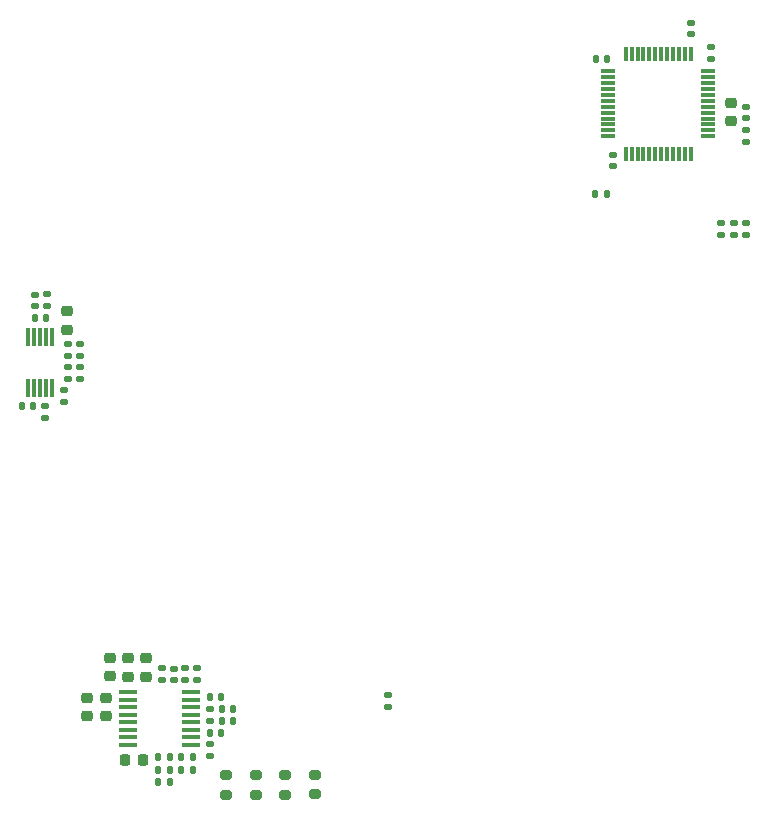
<source format=gbp>
G04 #@! TF.GenerationSoftware,KiCad,Pcbnew,(6.0.0)*
G04 #@! TF.CreationDate,2022-02-12T01:51:37-05:00*
G04 #@! TF.ProjectId,FalconMain,46616c63-6f6e-44d6-9169-6e2e6b696361,1A*
G04 #@! TF.SameCoordinates,Original*
G04 #@! TF.FileFunction,Paste,Bot*
G04 #@! TF.FilePolarity,Positive*
%FSLAX46Y46*%
G04 Gerber Fmt 4.6, Leading zero omitted, Abs format (unit mm)*
G04 Created by KiCad (PCBNEW (6.0.0)) date 2022-02-12 01:51:37*
%MOMM*%
%LPD*%
G01*
G04 APERTURE LIST*
G04 Aperture macros list*
%AMRoundRect*
0 Rectangle with rounded corners*
0 $1 Rounding radius*
0 $2 $3 $4 $5 $6 $7 $8 $9 X,Y pos of 4 corners*
0 Add a 4 corners polygon primitive as box body*
4,1,4,$2,$3,$4,$5,$6,$7,$8,$9,$2,$3,0*
0 Add four circle primitives for the rounded corners*
1,1,$1+$1,$2,$3*
1,1,$1+$1,$4,$5*
1,1,$1+$1,$6,$7*
1,1,$1+$1,$8,$9*
0 Add four rect primitives between the rounded corners*
20,1,$1+$1,$2,$3,$4,$5,0*
20,1,$1+$1,$4,$5,$6,$7,0*
20,1,$1+$1,$6,$7,$8,$9,0*
20,1,$1+$1,$8,$9,$2,$3,0*%
G04 Aperture macros list end*
%ADD10RoundRect,0.140000X0.140000X0.170000X-0.140000X0.170000X-0.140000X-0.170000X0.140000X-0.170000X0*%
%ADD11RoundRect,0.140000X0.170000X-0.140000X0.170000X0.140000X-0.170000X0.140000X-0.170000X-0.140000X0*%
%ADD12RoundRect,0.135000X-0.135000X-0.185000X0.135000X-0.185000X0.135000X0.185000X-0.135000X0.185000X0*%
%ADD13RoundRect,0.200000X-0.275000X0.200000X-0.275000X-0.200000X0.275000X-0.200000X0.275000X0.200000X0*%
%ADD14RoundRect,0.135000X0.185000X-0.135000X0.185000X0.135000X-0.185000X0.135000X-0.185000X-0.135000X0*%
%ADD15RoundRect,0.225000X0.250000X-0.225000X0.250000X0.225000X-0.250000X0.225000X-0.250000X-0.225000X0*%
%ADD16RoundRect,0.135000X0.135000X0.185000X-0.135000X0.185000X-0.135000X-0.185000X0.135000X-0.185000X0*%
%ADD17RoundRect,0.135000X-0.185000X0.135000X-0.185000X-0.135000X0.185000X-0.135000X0.185000X0.135000X0*%
%ADD18RoundRect,0.225000X-0.250000X0.225000X-0.250000X-0.225000X0.250000X-0.225000X0.250000X0.225000X0*%
%ADD19RoundRect,0.140000X-0.140000X-0.170000X0.140000X-0.170000X0.140000X0.170000X-0.140000X0.170000X0*%
%ADD20RoundRect,0.147500X0.172500X-0.147500X0.172500X0.147500X-0.172500X0.147500X-0.172500X-0.147500X0*%
%ADD21R,1.600200X0.355600*%
%ADD22R,1.193800X0.304800*%
%ADD23R,0.304800X1.193800*%
%ADD24RoundRect,0.140000X-0.170000X0.140000X-0.170000X-0.140000X0.170000X-0.140000X0.170000X0.140000X0*%
%ADD25RoundRect,0.225000X-0.225000X-0.250000X0.225000X-0.250000X0.225000X0.250000X-0.225000X0.250000X0*%
%ADD26R,0.330200X1.524000*%
G04 APERTURE END LIST*
D10*
X143093750Y-124668750D03*
X142133750Y-124668750D03*
D11*
X139040000Y-122190000D03*
X139040000Y-121230000D03*
X126306540Y-90537349D03*
X126306540Y-89577349D03*
D12*
X136730000Y-129818750D03*
X137750000Y-129818750D03*
X138670000Y-128768750D03*
X139690000Y-128768750D03*
D11*
X129100000Y-94742349D03*
X129100000Y-93782349D03*
X156200000Y-124480000D03*
X156200000Y-123520000D03*
D13*
X147500000Y-130275000D03*
X147500000Y-131925000D03*
D14*
X127331540Y-90547349D03*
X127331540Y-89527349D03*
D15*
X132648750Y-121903750D03*
X132648750Y-120353750D03*
D13*
X145000000Y-130275000D03*
X145000000Y-131925000D03*
D15*
X185239899Y-74880099D03*
X185239899Y-73330099D03*
X129000000Y-92537349D03*
X129000000Y-90987349D03*
D14*
X130105000Y-94782349D03*
X130105000Y-93762349D03*
X127125000Y-100022349D03*
X127125000Y-99002349D03*
D16*
X137750000Y-130868750D03*
X136730000Y-130868750D03*
D11*
X183539899Y-69610099D03*
X183539899Y-68650099D03*
D10*
X143073750Y-125668750D03*
X142113750Y-125668750D03*
D17*
X140060000Y-121220000D03*
X140060000Y-122240000D03*
D14*
X129105000Y-96732349D03*
X129105000Y-95712349D03*
D16*
X174710000Y-81050000D03*
X173690000Y-81050000D03*
D11*
X181889899Y-67530099D03*
X181889899Y-66570099D03*
D15*
X132313750Y-125293750D03*
X132313750Y-123743750D03*
D17*
X141113750Y-127608750D03*
X141113750Y-128628750D03*
D14*
X128755000Y-98682349D03*
X128755000Y-97662349D03*
D17*
X141143750Y-124668750D03*
X141143750Y-125688750D03*
D18*
X130748750Y-123713750D03*
X130748750Y-125263750D03*
D19*
X125175000Y-99047349D03*
X126135000Y-99047349D03*
D20*
X186539899Y-76630099D03*
X186539899Y-75660099D03*
D17*
X184420000Y-83480100D03*
X184420000Y-84500100D03*
D11*
X138038750Y-122198750D03*
X138038750Y-121238750D03*
D12*
X138670000Y-129818750D03*
X139690000Y-129818750D03*
D13*
X142500000Y-130275000D03*
X142500000Y-131925000D03*
X150000000Y-130250000D03*
X150000000Y-131900000D03*
D21*
X139518050Y-123246250D03*
X139518050Y-123881250D03*
X139518050Y-124516250D03*
X139518050Y-125151250D03*
X139518050Y-125786250D03*
X139518050Y-126421250D03*
X139518050Y-127056250D03*
X139518050Y-127691250D03*
X134209450Y-127691250D03*
X134209450Y-127056250D03*
X134209450Y-126421250D03*
X134209450Y-125786250D03*
X134209450Y-125151250D03*
X134209450Y-124516250D03*
X134209450Y-123881250D03*
X134209450Y-123246250D03*
D10*
X127230000Y-91537349D03*
X126270000Y-91537349D03*
D17*
X130100000Y-95702349D03*
X130100000Y-96722349D03*
D14*
X137020000Y-122210000D03*
X137020000Y-121190000D03*
D10*
X174739899Y-69630099D03*
X173779899Y-69630099D03*
D22*
X183324998Y-70674999D03*
X183324998Y-71174998D03*
X183324998Y-71675000D03*
X183324998Y-72174999D03*
X183324998Y-72674998D03*
X183324998Y-73174999D03*
X183324998Y-73674999D03*
X183324998Y-74175000D03*
X183324998Y-74674999D03*
X183324998Y-75174998D03*
X183324998Y-75675000D03*
X183324998Y-76174999D03*
D23*
X181824999Y-77674998D03*
X181325000Y-77674998D03*
X180824998Y-77674998D03*
X180324999Y-77674998D03*
X179825000Y-77674998D03*
X179324999Y-77674998D03*
X178824999Y-77674998D03*
X178324998Y-77674998D03*
X177824999Y-77674998D03*
X177325000Y-77674998D03*
X176824998Y-77674998D03*
X176324999Y-77674998D03*
D22*
X174825000Y-76174999D03*
X174825000Y-75675000D03*
X174825000Y-75174998D03*
X174825000Y-74674999D03*
X174825000Y-74175000D03*
X174825000Y-73674999D03*
X174825000Y-73174999D03*
X174825000Y-72674998D03*
X174825000Y-72174999D03*
X174825000Y-71675000D03*
X174825000Y-71174998D03*
X174825000Y-70674999D03*
D23*
X176324999Y-69175000D03*
X176824998Y-69175000D03*
X177325000Y-69175000D03*
X177824999Y-69175000D03*
X178324998Y-69175000D03*
X178824999Y-69175000D03*
X179324999Y-69175000D03*
X179825000Y-69175000D03*
X180324999Y-69175000D03*
X180824998Y-69175000D03*
X181325000Y-69175000D03*
X181824999Y-69175000D03*
D12*
X136740000Y-128768750D03*
X137760000Y-128768750D03*
D15*
X134188750Y-121913750D03*
X134188750Y-120363750D03*
D11*
X186539899Y-74630099D03*
X186539899Y-73670099D03*
D10*
X142043750Y-123668750D03*
X141083750Y-123668750D03*
X142043750Y-126668750D03*
X141083750Y-126668750D03*
D24*
X175239899Y-77770099D03*
X175239899Y-78730099D03*
D25*
X133888750Y-129018750D03*
X135438750Y-129018750D03*
D14*
X185450000Y-84500000D03*
X185450000Y-83480000D03*
D15*
X135728750Y-121913750D03*
X135728750Y-120363750D03*
D14*
X186480000Y-84500100D03*
X186480000Y-83480100D03*
D26*
X125754999Y-93125649D03*
X126255001Y-93125649D03*
X126755000Y-93125649D03*
X127254999Y-93125649D03*
X127755001Y-93125649D03*
X127755001Y-97469049D03*
X127254999Y-97469049D03*
X126755000Y-97469049D03*
X126255001Y-97469049D03*
X125754999Y-97469049D03*
M02*

</source>
